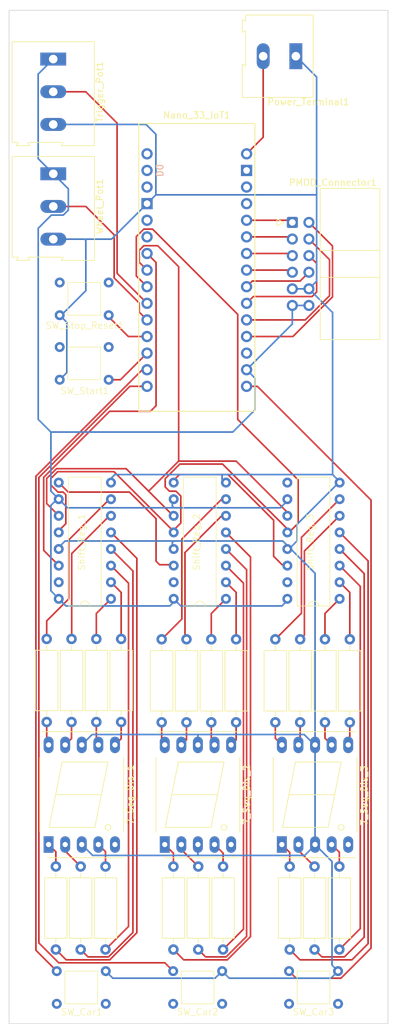
<source format=kicad_pcb>
(kicad_pcb (version 20221018) (generator pcbnew)
  (layers (0 "F.Cu" signal) (31 "B.Cu" signal) (34 "B.Paste" user) (35 "F.Paste" user) (36 "B.SilkS" user "B.Silkscreen") (37 "F.SilkS" user "F.Silkscreen") (38 "B.Mask" user) (39 "F.Mask" user) (44 "Edge.Cuts" user))
  (net 0 "")
  (net 1 "Net-(7_Seg_Dis_1-e)")
  (net 2 "Net-(7_Seg_Dis_1-d)")
  (net 3 "GND")
  (net 4 "Net-(7_Seg_Dis_1-c)")
  (net 6 "Net-(7_Seg_Dis_1-b)")
  (net 7 "Net-(7_Seg_Dis_1-a)")
  (net 8 "Net-(7_Seg_Dis_1-f)")
  (net 9 "Net-(7_Seg_Dis_1-g)")
  (net 10 "Net-(7_Seg_Dis_2-e)")
  (net 11 "Net-(7_Seg_Dis_2-d)")
  (net 12 "Net-(7_Seg_Dis_2-c)")
  (net 14 "Net-(7_Seg_Dis_2-b)")
  (net 15 "Net-(7_Seg_Dis_2-a)")
  (net 16 "Net-(7_Seg_Dis_2-f)")
  (net 17 "Net-(7_Seg_Dis_2-g)")
  (net 18 "Net-(7_Seg_Dis_3-e)")
  (net 19 "Net-(7_Seg_Dis_3-d)")
  (net 20 "Net-(7_Seg_Dis_3-c)")
  (net 22 "Net-(7_Seg_Dis_3-b)")
  (net 23 "Net-(7_Seg_Dis_3-a)")
  (net 24 "Net-(7_Seg_Dis_3-f)")
  (net 25 "Net-(7_Seg_Dis_3-g)")
  (net 26 "+5V")
  (net 28 "Net-(Nano_33_IoT1-A0{slash}DAC)")
  (net 29 "Net-(PMOD_Connector1-Pin_8)")
  (net 30 "Net-(Nano_33_IoT1-A4{slash}SDA)")
  (net 31 "Net-(Nano_33_IoT1-A5{slash}SCL)")
  (net 32 "Net-(PMOD_Connector1-Pin_6)")
  (net 38 "/LED_Data_In")
  (net 39 "/LED_Data_In_CLK")
  (net 40 "/LED_Store_CLK")
  (net 41 "Net-(Trigger_Pot1-Pin_2)")
  (net 42 "Net-(Wheel_Pot1-Pin_2)")
  (net 43 "Net-(Nano_33_IoT1-PadD9)")
  (net 44 "Net-(Nano_33_IoT1-PadD10)")
  (net 45 "Net-(Nano_33_IoT1-D11_MOSI)")
  (net 46 "Net-(Nano_33_IoT1-D12_MISO)")
  (net 47 "Net-(Nano_33_IoT1-D13_SCK)")
  (net 51 "Net-(Power_Terminal1-Pin_2)")
  (net 52 "Net-(Shift_Reg_1-QH')")
  (net 54 "Net-(Shift_Reg_2-QH')")
  (net 68 "Net-(PMOD_Connector1-Pin_1)")
  (net 69 "Net-(PMOD_Connector1-Pin_4)")
  (net 70 "Net-(PMOD_Connector1-Pin_3)")
  (net 71 "Net-(Shift_Reg_1-QB)")
  (net 72 "Net-(Shift_Reg_1-QC)")
  (net 73 "Net-(Shift_Reg_1-QD)")
  (net 74 "Net-(Shift_Reg_1-QE)")
  (net 75 "Net-(Shift_Reg_1-QF)")
  (net 76 "Net-(Shift_Reg_1-QG)")
  (net 77 "Net-(Shift_Reg_1-QH)")
  (net 78 "Net-(Shift_Reg_2-QB)")
  (net 79 "Net-(Shift_Reg_2-QC)")
  (net 80 "Net-(Shift_Reg_2-QD)")
  (net 81 "Net-(Shift_Reg_2-QE)")
  (net 82 "Net-(Shift_Reg_2-QF)")
  (net 83 "Net-(Shift_Reg_2-QG)")
  (net 84 "Net-(Shift_Reg_2-QH)")
  (net 85 "Net-(Shift_Reg_3-QB)")
  (net 86 "Net-(Shift_Reg_3-QC)")
  (net 87 "Net-(Shift_Reg_3-QD)")
  (net 88 "Net-(Shift_Reg_3-QE)")
  (net 89 "Net-(Shift_Reg_3-QF)")
  (net 90 "Net-(Shift_Reg_3-QG)")
  (net 91 "Net-(Shift_Reg_3-QH)")
  (footprint "TerminalBlock:TerminalBlock_Altech_AK300-3_P5.00mm" (layer "F.Cu") (at 104.010449 43.253198 -90)
    (fp_text reference "Wheel_Pot1")
    (fp_text value "Screw_1x3")
  )
  (footprint "Resistor_THT:R_Axial_DIN0309_L9.0mm_D3.2mm_P12.70mm_Horizontal" (layer "F.Cu") (at 114.4 127.1 90)
    (fp_text reference "R2" hide)
    (fp_text value "R")
  )
  (footprint "Resistor_THT:R_Axial_DIN0309_L9.0mm_D3.2mm_P12.70mm_Horizontal" (layer "F.Cu") (at 140.2 149.2 -90)
    (fp_text reference "R19" hide)
    (fp_text value "R")
  )
  (footprint "TerminalBlock:TerminalBlock_Altech_AK300-2_P5.00mm" (layer "F.Cu") (at 141.140449 25.273198 180)
    (fp_text reference "Power_Terminal1")
    (fp_text value "Screw_1x2")
  )
  (footprint "Capstone:4Pin_Button" (layer "F.Cu") (at 108.740449 62.383198 90)
    (fp_text reference "SW_Stop_Reset1")
    (fp_text value "SW_MEC_5E")
  )
  (footprint "Resistor_THT:R_Axial_DIN0309_L9.0mm_D3.2mm_P12.70mm_Horizontal" (layer "F.Cu") (at 128.2 127.15 90)
    (fp_text reference "R8" hide)
    (fp_text value "R")
  )
  (footprint "Resistor_THT:R_Axial_DIN0309_L9.0mm_D3.2mm_P12.70mm_Horizontal" (layer "F.Cu") (at 126.2 149.2 -90)
    (fp_text reference "R11" hide)
    (fp_text value "R")
  )
  (footprint "Resistor_THT:R_Axial_DIN0309_L9.0mm_D3.2mm_P12.70mm_Horizontal" (layer "F.Cu") (at 104.4 149.2 -90)
    (fp_text reference "R5" hide)
    (fp_text value "R")
  )
  (footprint "Resistor_THT:R_Axial_DIN0309_L9.0mm_D3.2mm_P12.70mm_Horizontal" (layer "F.Cu") (at 130 149.2 -90)
    (fp_text reference "R10" hide)
    (fp_text value "R")
  )
  (footprint "Capstone:4Pin_Button" (layer "F.Cu") (at 126.11 167.7 -90)
    (fp_text reference "SW_Car2")
    (fp_text value "SW_MEC_5E")
  )
  (footprint "Resistor_THT:R_Axial_DIN0309_L9.0mm_D3.2mm_P12.70mm_Horizontal" (layer "F.Cu") (at 103 127.1 90)
    (fp_text reference "R7" hide)
    (fp_text value "R")
  )
  (footprint "Resistor_THT:R_Axial_DIN0309_L9.0mm_D3.2mm_P12.70mm_Horizontal" (layer "F.Cu") (at 112 149.2 -90)
    (fp_text reference "R3" hide)
    (fp_text value "R")
  )
  (footprint "Resistor_THT:R_Axial_DIN0309_L9.0mm_D3.2mm_P12.70mm_Horizontal" (layer "F.Cu") (at 132 127.15 90)
    (fp_text reference "R9" hide)
    (fp_text value "R")
  )
  (footprint "Capstone:4Pin_Button" (layer "F.Cu") (at 108.29 167.7 -90)
    (fp_text reference "SW_Car1")
    (fp_text value "SW_MEC_5E")
  )
  (footprint "Resistor_THT:R_Axial_DIN0309_L9.0mm_D3.2mm_P12.70mm_Horizontal" (layer "F.Cu") (at 141.8 127.15 90)
    (fp_text reference "R20" hide)
    (fp_text value "R")
  )
  (footprint "Resistor_THT:R_Axial_DIN0309_L9.0mm_D3.2mm_P12.70mm_Horizontal" (layer "F.Cu") (at 124.4 127.15 90)
    (fp_text reference "R13" hide)
    (fp_text value "R")
  )
  (footprint "Resistor_THT:R_Axial_DIN0309_L9.0mm_D3.2mm_P12.70mm_Horizontal" (layer "F.Cu") (at 108.2 149.2 -90)
    (fp_text reference "R4" hide)
    (fp_text value "R")
  )
  (footprint "Resistor_THT:R_Axial_DIN0309_L9.0mm_D3.2mm_P12.70mm_Horizontal" (layer "F.Cu") (at 147.8 149.2 -90)
    (fp_text reference "R17" hide)
    (fp_text value "R")
  )
  (footprint "Resistor_THT:R_Axial_DIN0309_L9.0mm_D3.2mm_P12.70mm_Horizontal" (layer "F.Cu") (at 120.6 127.15 90)
    (fp_text reference "R14" hide)
    (fp_text value "R")
  )
  (footprint "Resistor_THT:R_Axial_DIN0309_L9.0mm_D3.2mm_P12.70mm_Horizontal" (layer "F.Cu") (at 106.8 127.1 90)
    (fp_text reference "R6" hide)
    (fp_text value "R")
  )
  (footprint "Resistor_THT:R_Axial_DIN0309_L9.0mm_D3.2mm_P12.70mm_Horizontal" (layer "F.Cu") (at 145.6 127.15 90)
    (fp_text reference "R15" hide)
    (fp_text value "R")
  )
  (footprint "Display_7Segment:7SegmentLED_LTS6760_LTS6780" (layer "F.Cu") (at 139 145.84 90)
    (fp_text reference "7_Seg_Dis_3")
    (fp_text value "LTS-6960HR")
  )
  (footprint "Resistor_THT:R_Axial_DIN0309_L9.0mm_D3.2mm_P12.70mm_Horizontal" (layer "F.Cu") (at 138 127.15 90)
    (fp_text reference "R21" hide)
    (fp_text value "R")
  )
  (footprint "Capstone:4Pin_Button" (layer "F.Cu") (at 108.740449 72.253198 90)
    (fp_text reference "SW_Start1")
    (fp_text value "SW_MEC_5E")
  )
  (footprint "Resistor_THT:R_Axial_DIN0309_L9.0mm_D3.2mm_P12.70mm_Horizontal" (layer "F.Cu") (at 122.4 149.2 -90)
    (fp_text reference "R12" hide)
    (fp_text value "R")
  )
  (footprint "TerminalBlock:TerminalBlock_Altech_AK300-3_P5.00mm" (layer "F.Cu") (at 104.000449 25.708198 -90)
    (fp_text reference "Trigger_Pot1")
    (fp_text value "Screw_1x3")
  )
  (footprint "arduino-library:Arduino_Nano_33_IoT_Socket" (layer "F.Cu") (at 125.980449 79.573198)
    (fp_text reference "Nano_33_IoT1")
    (fp_text value "Arduino_Nano_33_IoT_Socket")
  )
  (footprint "Capstone:74HC595_16Pin_DIP" (layer "F.Cu") (at 108.840449 99.603198 90)
    (fp_text reference "Shift_Reg_1")
    (fp_text value "74LS595")
  )
  (footprint "Resistor_THT:R_Axial_DIN0309_L9.0mm_D3.2mm_P12.70mm_Horizontal" (layer "F.Cu") (at 110.6 127.1 90)
    (fp_text reference "R1" hide)
    (fp_text value "R")
  )
  (footprint "Display_7Segment:7SegmentLED_LTS6760_LTS6780" (layer "F.Cu") (at 121.07 145.84 90)
    (fp_text reference "7_Seg_Dis_2")
    (fp_text value "LTS-6960HR")
  )
  (footprint "Capstone:74HC595_16Pin_DIP" (layer "F.Cu") (at 126.440449 99.603198 90)
    (fp_text reference "Shift_Reg_2")
    (fp_text value "74LS595")
  )
  (footprint "Resistor_THT:R_Axial_DIN0309_L9.0mm_D3.2mm_P12.70mm_Horizontal" (layer "F.Cu") (at 144 149.2 -90)
    (fp_text reference "R18" hide)
    (fp_text value "R")
  )
  (footprint "Display_7Segment:7SegmentLED_LTS6760_LTS6780" (layer "F.Cu") (at 103.29 145.84 90)
    (fp_text reference "7_Seg_Dis_1")
    (fp_text value "LTS-6960HR")
  )
  (footprint "Capstone:4Pin_Button" (layer "F.Cu") (at 143.85 167.7 -90)
    (fp_text reference "SW_Car3")
    (fp_text value "SW_MEC_5E")
  )
  (footprint "Capstone:74HC595_16Pin_DIP" (layer "F.Cu") (at 143.840449 99.603198 90)
    (fp_text reference "Shift_Reg_3")
    (fp_text value "74LS595")
  )
  (footprint "Connector_IDC:IDC-Header_2x06_P2.54mm_Horizontal" (layer "F.Cu") (at 140.602949 50.693198)
    (fp_text reference "PMOD_Connector1")
    (fp_text value "Conn_02x06_Counter_Clockwise")
  )
  (footprint "Resistor_THT:R_Axial_DIN0309_L9.0mm_D3.2mm_P12.70mm_Horizontal" (layer "F.Cu") (at 149.4 127.15 90)
    (fp_text reference "R16" hide)
    (fp_text value "R")
  )
  (gr_rect (start 97.240449 18.253198) (end 155.240449 173.253198) (stroke (width 0.1)) (fill none) (layer "Edge.Cuts"))
  (segment (start 104.4 146.95) (end 103.29 145.84) (width 0.25) (layer "F.Cu") (net 1))
  (segment (start 104.4 149.2) (end 104.4 146.95) (width 0.25) (layer "F.Cu") (net 1))
  (segment (start 105.83 146.83) (end 105.83 145.84) (width 0.25) (layer "F.Cu") (net 2))
  (segment (start 108.2 149.2) (end 105.83 146.83) (width 0.25) (layer "F.Cu") (net 2))
  (segment (start 143.142949 60.853198) (end 146.763449 64.473698) (width 0.25) (layer "B.Cu") (net 3))
  (segment (start 147.6 165.2) (end 146.513 166.287) (width 0.25) (layer "B.Cu") (net 3))
  (segment (start 146.763449 89.256198) (end 147.850449 90.343198) (width 0.25) (layer "B.Cu") (net 3))
  (segment (start 113.127 166.287) (end 112.04 165.2) (width 0.25) (layer "B.Cu") (net 3))
  (segment (start 146.675 148.435) (end 144.08 145.84) (width 0.25) (layer "B.Cu") (net 3))
  (segment (start 126.15 130.6) (end 126.15 129.023) (width 0.25) (layer "B.Cu") (net 3))
  (segment (start 144.317949 59.678198) (end 143.142949 60.853198) (width 0.25) (layer "B.Cu") (net 3))
  (segment (start 112.350449 90.343198) (end 113.437449 89.256198) (width 0.25) (layer "B.Cu") (net 3))
  (segment (start 144.08 104.352748) (end 143.463626 103.736374) (width 0.25) (layer "B.Cu") (net 3))
  (segment (start 142.413 129.013) (end 144.08 130.68) (width 0.25) (layer "B.Cu") (net 3))
  (segment (start 118.360449 47.823198) (end 119.711849 46.471798) (width 0.25) (layer "B.Cu") (net 3))
  (segment (start 119.711849 37.211476) (end 118.208571 35.708198) (width 0.25) (layer "B.Cu") (net 3))
  (segment (start 144.08 145.92) (end 142.493 147.507) (width 0.25) (layer "B.Cu") (net 3))
  (segment (start 108.790449 53.253198) (end 104.010449 53.253198) (width 0.25) (layer "B.Cu") (net 3))
  (segment (start 128.773 166.287) (end 113.127 166.287) (width 0.25) (layer "B.Cu") (net 3))
  (segment (start 112.930449 53.253198) (end 118.360449 47.823198) (width 0.25) (layer "B.Cu") (net 3))
  (segment (start 144.286549 46.471798) (end 144.317949 46.503198) (width 0.25) (layer "B.Cu") (net 3))
  (segment (start 108.990449 53.453198) (end 108.790449 53.253198) (width 0.25) (layer "B.Cu") (net 3))
  (segment (start 144.317949 28.450698) (end 144.317949 46.503198) (width 0.25) (layer "B.Cu") (net 3))
  (segment (start 139.143449 99.416198) (end 140.230449 100.503198) (width 0.25) (layer "B.Cu") (net 3))
  (segment (start 122.230449 99.676198) (end 122.490449 99.416198) (width 0.25) (layer "B.Cu") (net 3))
  (segment (start 108.37 145.84) (end 110.037 147.507) (width 0.25) (layer "B.Cu") (net 3))
  (segment (start 108.990449 53.453198) (end 108.990449 53.253198) (width 0.25) (layer "B.Cu") (net 3))
  (segment (start 126.15 145.84) (end 126.15 147.497) (width 0.25) (layer "B.Cu") (net 3))
  (segment (start 143.463626 103.736374) (end 143.910449 104.183198) (width 0.25) (layer "B.Cu") (net 3))
  (segment (start 130.947 166.287) (end 129.86 165.2) (width 0.25) (layer "B.Cu") (net 3))
  (segment (start 108.990449 53.253198) (end 112.930449 53.253198) (width 0.25) (layer "B.Cu") (net 3))
  (segment (start 118.208571 35.708198) (end 104.000449 35.708198) (width 0.25) (layer "B.Cu") (net 3))
  (segment (start 126.16 129.013) (end 142.413 129.013) (width 0.25) (layer "B.Cu") (net 3))
  (segment (start 142.493 147.507) (end 126.16 147.507) (width 0.25) (layer "B.Cu") (net 3))
  (segment (start 104.730449 100.503198) (end 105.817449 99.416198) (width 0.25) (layer "B.Cu") (net 3))
  (segment (start 122.230449 100.503198) (end 122.230449 99.676198) (width 0.25) (layer "B.Cu") (net 3))
  (segment (start 143.142949 60.853198) (end 140.602949 60.853198) (width 0.25) (layer "B.Cu") (net 3))
  (segment (start 129.86 165.2) (end 128.773 166.287) (width 0.25) (layer "B.Cu") (net 3))
  (segment (start 129.990449 89.256198) (end 146.763449 89.256198) (width 0.25) (layer "B.Cu") (net 3))
  (segment (start 144.08 130.6) (end 144.08 104.352748) (width 0.25) (layer "B.Cu") (net 3))
  (segment (start 141.140449 25.273198) (end 144.317949 28.450698) (width 0.25) (layer "B.Cu") (net 3))
  (segment (start 110.037 147.507) (end 126.16 147.507) (width 0.25) (layer "B.Cu") (net 3))
  (segment (start 105.817449 99.416198) (end 122.490449 99.416198) (width 0.25) (layer "B.Cu") (net 3))
  (segment (start 146.763449 64.473698) (end 146.763449 89.256198) (width 0.25) (layer "B.Cu") (net 3))
  (segment (start 109.957 129.013) (end 126.16 129.013) (width 0.25) (layer "B.Cu") (net 3))
  (segment (start 140.230449 100.503198) (end 141.317449 99.416198) (width 0.25) (layer "B.Cu") (net 3))
  (segment (start 122.490449 99.416198) (end 139.143449 99.416198) (width 0.25) (layer "B.Cu") (net 3))
  (segment (start 119.711849 46.471798) (end 119.711849 37.211476) (width 0.25) (layer "B.Cu") (net 3))
  (segment (start 106.077449 73.666198) (end 106.077449 65.970198) (width 0.25) (layer "B.Cu") (net 3))
  (segment (start 113.437449 89.256198) (end 129.990449 89.256198) (width 0.25) (layer "B.Cu") (net 3))
  (segment (start 146.513 166.287) (end 130.947 166.287) (width 0.25) (layer "B.Cu") (net 3))
  (segment (start 141.317449 99.416198) (end 141.317449 96.876198) (width 0.25) (layer "B.Cu") (net 3))
  (segment (start 147.6 165.2) (end 146.675 164.275) (width 0.25) (layer "B.Cu") (net 3))
  (segment (start 105.240449 64.883198) (end 108.990449 61.133198) (width 0.25) (layer "B.Cu") (net 3))
  (segment (start 104.990449 74.753198) (end 106.077449 73.666198) (width 0.25) (layer "B.Cu") (net 3))
  (segment (start 141.317449 96.876198) (end 147.850449 90.343198) (width 0.25) (layer "B.Cu") (net 3))
  (segment (start 129.850449 90.343198) (end 129.850449 89.396198) (width 0.25) (layer "B.Cu") (net 3))
  (segment (start 108.37 130.6) (end 109.957 129.013) (width 0.25) (layer "B.Cu") (net 3))
  (segment (start 106.077449 65.970198) (end 104.990449 64.883198) (width 0.25) (layer "B.Cu") (net 3))
  (segment (start 140.230449 100.503198) (end 143.463626 103.736374) (width 0.25) (layer "B.Cu") (net 3))
  (segment (start 144.317949 46.503198) (end 144.317949 59.678198) (width 0.25) (layer "B.Cu") (net 3))
  (segment (start 144.08 130.6) (end 144.08 145.84) (width 0.25) (layer "B.Cu") (net 3))
  (segment (start 119.711849 46.471798) (end 144.286549 46.471798) (width 0.25) (layer "B.Cu") (net 3))
  (segment (start 126.15 147.497) (end 126.16 147.507) (width 0.25) (layer "B.Cu") (net 3))
  (segment (start 126.15 129.023) (end 126.16 129.013) (width 0.25) (layer "B.Cu") (net 3))
  (segment (start 129.850449 89.396198) (end 129.990449 89.256198) (width 0.25) (layer "B.Cu") (net 3))
  (segment (start 108.990449 61.133198) (end 108.990449 53.453198) (width 0.25) (layer "B.Cu") (net 3))
  (segment (start 146.675 164.275) (end 146.675 148.435) (width 0.25) (layer "B.Cu") (net 3))
  (segment (start 112 146.93) (end 110.91 145.84) (width 0.25) (layer "F.Cu") (net 4))
  (segment (start 112 149.2) (end 112 146.93) (width 0.25) (layer "F.Cu") (net 4))
  (segment (start 114.4 129.65) (end 113.45 130.6) (width 0.25) (layer "F.Cu") (net 6))
  (segment (start 114.4 127.1) (end 114.4 129.65) (width 0.25) (layer "F.Cu") (net 6))
  (segment (start 110.6 127.1) (end 110.6 130.29) (width 0.25) (layer "F.Cu") (net 7))
  (segment (start 110.6 130.29) (end 110.91 130.6) (width 0.25) (layer "F.Cu") (net 7))
  (segment (start 106.8 127.1) (end 106.8 129.63) (width 0.25) (layer "F.Cu") (net 8))
  (segment (start 106.8 129.63) (end 105.83 130.6) (width 0.25) (layer "F.Cu") (net 8))
  (segment (start 103 130.31) (end 103.29 130.6) (width 0.25) (layer "F.Cu") (net 9))
  (segment (start 103 127.1) (end 103 130.31) (width 0.25) (layer "F.Cu") (net 9))
  (segment (start 122.4 147.17) (end 121.07 145.84) (width 0.25) (layer "F.Cu") (net 10))
  (segment (start 122.4 149.2) (end 122.4 147.17) (width 0.25) (layer "F.Cu") (net 10))
  (segment (start 126.2 149.2) (end 123.61 146.61) (width 0.25) (layer "F.Cu") (net 11))
  (segment (start 123.61 146.61) (end 123.61 145.84) (width 0.25) (layer "F.Cu") (net 11))
  (segment (start 130 149.2) (end 130 147.15) (width 0.25) (layer "F.Cu") (net 12))
  (segment (start 130 147.15) (end 128.69 145.84) (width 0.25) (layer "F.Cu") (net 12))
  (segment (start 132 127.15) (end 132 129.83) (width 0.25) (layer "F.Cu") (net 14))
  (segment (start 132 129.83) (end 131.23 130.6) (width 0.25) (layer "F.Cu") (net 14))
  (segment (start 131.323 130.305) (end 131.48 130.148) (width 0.25) (layer "F.Cu") (net 14))
  (segment (start 128.2 127.15) (end 128.2 130.11) (width 0.25) (layer "F.Cu") (net 15))
  (segment (start 128.2 130.11) (end 128.69 130.6) (width 0.25) (layer "F.Cu") (net 15))
  (segment (start 124.4 129.81) (end 123.61 130.6) (width 0.25) (layer "F.Cu") (net 16))
  (segment (start 124.4 127.15) (end 124.4 129.81) (width 0.25) (layer "F.Cu") (net 16))
  (segment (start 123.703 130.305) (end 124.31 129.698) (width 0.25) (layer "F.Cu") (net 16))
  (segment (start 120.6 130.13) (end 121.07 130.6) (width 0.25) (layer "F.Cu") (net 17))
  (segment (start 120.6 127.15) (end 120.6 130.13) (width 0.25) (layer "F.Cu") (net 17))
  (segment (start 140.2 147.04) (end 139 145.84) (width 0.25) (layer "F.Cu") (net 18))
  (segment (start 140.2 149.2) (end 140.2 147.04) (width 0.25) (layer "F.Cu") (net 18))
  (segment (start 141.54 146.74) (end 141.54 145.84) (width 0.25) (layer "F.Cu") (net 19))
  (segment (start 144 149.2) (end 141.54 146.74) (width 0.25) (layer "F.Cu") (net 19))
  (segment (start 147.8 147.02) (end 146.62 145.84) (width 0.25) (layer "F.Cu") (net 20))
  (segment (start 147.8 149.2) (end 147.8 147.02) (width 0.25) (layer "F.Cu") (net 20))
  (segment (start 149.4 130.36) (end 149.16 130.6) (width 0.25) (layer "F.Cu") (net 22))
  (segment (start 149.4 127.15) (end 149.4 130.36) (width 0.25) (layer "F.Cu") (net 22))
  (segment (start 145.6 127.15) (end 145.6 129.58) (width 0.25) (layer "F.Cu") (net 23))
  (segment (start 145.6 129.58) (end 146.62 130.6) (width 0.25) (layer "F.Cu") (net 23))
  (segment (start 141.54 130.68) (end 141.937 130.283) (width 0.25) (layer "F.Cu") (net 24))
  (segment (start 141.8 130.34) (end 141.54 130.6) (width 0.25) (layer "F.Cu") (net 24))
  (segment (start 141.8 127.15) (end 141.8 130.34) (width 0.25) (layer "F.Cu") (net 24))
  (segment (start 138 129.6) (end 139 130.6) (width 0.25) (layer "F.Cu") (net 25))
  (segment (start 138 127.15) (end 138 129.6) (width 0.25) (layer "F.Cu") (net 25))
  (segment (start 140.602949 66.220698) (end 133.600449 73.223198) (width 0.25) (layer "B.Cu") (net 26))
  (segment (start 104.730449 108.123198) (end 103.643449 107.036198) (width 0.25) (layer "B.Cu") (net 26))
  (segment (start 103.725449 49.568198) (end 101.705449 51.588198) (width 0.25) (layer "B.Cu") (net 26))
  (segment (start 122.230449 108.970198) (end 121.850449 109.350198) (width 0.25) (layer "B.Cu") (net 26))
  (segment (start 122.230449 108.123198) (end 122.230449 108.970198) (width 0.25) (layer "B.Cu") (net 26))
  (segment (start 123.527449 109.350198) (end 122.440449 108.263198) (width 0.25) (layer "B.Cu") (net 26))
  (segment (start 106.315449 45.558198) (end 106.315449 48.797889) (width 0.25) (layer "B.Cu") (net 26))
  (segment (start 134.875449 79.368198) (end 131.490449 82.753198) (width 0.25) (layer "B.Cu") (net 26))
  (segment (start 105.54514 49.568198) (end 103.725449 49.568198) (width 0.25) (layer "B.Cu") (net 26))
  (segment (start 122.230449 94.076198) (end 122.490449 94.336198) (width 0.25) (layer "B.Cu") (net 26))
  (segment (start 133.600449 73.223198) (end 134.875449 74.498198) (width 0.25) (layer "B.Cu") (net 26))
  (segment (start 106.315449 48.797889) (end 105.54514 49.568198) (width 0.25) (layer "B.Cu") (net 26))
  (segment (start 104.730449 92.883198) (end 103.643449 91.796198) (width 0.25) (layer "B.Cu") (net 26))
  (segment (start 131.490449 82.753198) (end 103.643449 82.753198) (width 0.25) (layer "B.Cu") (net 26))
  (segment (start 103.643449 91.796198) (end 103.643449 82.753198) (width 0.25) (layer "B.Cu") (net 26))
  (segment (start 104.010449 43.253198) (end 106.315449 45.558198) (width 0.25) (layer "B.Cu") (net 26))
  (segment (start 103.643449 93.970198) (end 104.730449 92.883198) (width 0.25) (layer "B.Cu") (net 26))
  (segment (start 140.602949 63.393198) (end 143.142949 63.393198) (width 0.25) (layer "B.Cu") (net 26))
  (segment (start 140.230449 92.883198) (end 138.777449 94.336198) (width 0.25) (layer "B.Cu") (net 26))
  (segment (start 105.927449 109.350198) (end 104.840449 108.263198) (width 0.25) (layer "B.Cu") (net 26))
  (segment (start 121.850449 109.350198) (end 105.927449 109.350198) (width 0.25) (layer "B.Cu") (net 26))
  (segment (start 122.490449 94.336198) (end 106.183449 94.336198) (width 0.25) (layer "B.Cu") (net 26))
  (segment (start 101.705449 51.588198) (end 101.705449 80.815198) (width 0.25) (layer "B.Cu") (net 26))
  (segment (start 105.817449 109.210198) (end 104.730449 108.123198) (width 0.25) (layer "B.Cu") (net 26))
  (segment (start 103.643449 107.036198) (end 103.643449 93.970198) (width 0.25) (layer "B.Cu") (net 26))
  (segment (start 101.705449 80.815198) (end 103.643449 82.753198) (width 0.25) (layer "B.Cu") (net 26))
  (segment (start 139.003449 109.350198) (end 123.527449 109.350198) (width 0.25) (layer "B.Cu") (net 26))
  (segment (start 104.010449 43.253198) (end 101.695449 40.938198) (width 0.25) (layer "B.Cu") (net 26))
  (segment (start 134.875449 74.498198) (end 134.875449 79.368198) (width 0.25) (layer "B.Cu") (net 26))
  (segment (start 138.777449 94.336198) (end 122.490449 94.336198) (width 0.25) (layer "B.Cu") (net 26))
  (segment (start 122.230449 92.883198) (end 122.230449 94.076198) (width 0.25) (layer "B.Cu") (net 26))
  (segment (start 106.183449 94.336198) (end 104.730449 92.883198) (width 0.25) (layer "B.Cu") (net 26))
  (segment (start 140.602949 63.393198) (end 140.602949 66.220698) (width 0.25) (layer "B.Cu") (net 26))
  (segment (start 140.230449 108.123198) (end 139.003449 109.350198) (width 0.25) (layer "B.Cu") (net 26))
  (segment (start 101.695449 28.013198) (end 104.000449 25.708198) (width 0.25) (layer "B.Cu") (net 26))
  (segment (start 101.695449 40.938198) (end 101.695449 28.013198) (width 0.25) (layer "B.Cu") (net 26))
  (segment (start 146.750449 54.300698) (end 143.142949 50.693198) (width 0.25) (layer "F.Cu") (net 28))
  (segment (start 140.691046 68.143198) (end 146.750449 62.083795) (width 0.25) (layer "F.Cu") (net 28))
  (segment (start 133.600449 68.143198) (end 140.691046 68.143198) (width 0.25) (layer "F.Cu") (net 28))
  (segment (start 146.750449 62.083795) (end 146.750449 54.300698) (width 0.25) (layer "F.Cu") (net 28))
  (segment (start 134.464048 59.659599) (end 141.796548 59.659599) (width 0.25) (layer "F.Cu") (net 29))
  (segment (start 141.796548 59.659599) (end 143.142949 58.313198) (width 0.25) (layer "F.Cu") (net 29))
  (segment (start 133.600449 60.523198) (end 134.464048 59.659599) (width 0.25) (layer "F.Cu") (net 29))
  (segment (start 133.600449 57.983198) (end 140.272949 57.983198) (width 0.25) (layer "F.Cu") (net 30))
  (segment (start 140.272949 57.983198) (end 140.602949 58.313198) (width 0.25) (layer "F.Cu") (net 30))
  (segment (start 133.600449 55.443198) (end 140.272949 55.443198) (width 0.25) (layer "F.Cu") (net 31))
  (segment (start 140.272949 55.443198) (end 140.602949 55.773198) (width 0.25) (layer "F.Cu") (net 31))
  (segment (start 144.317949 61.339899) (end 144.317949 56.948198) (width 0.25) (layer "F.Cu") (net 32))
  (segment (start 144.317949 56.948198) (end 143.142949 55.773198) (width 0.25) (layer "F.Cu") (net 32))
  (segment (start 133.600449 63.063198) (end 134.635449 62.028198) (width 0.25) (layer "F.Cu") (net 32))
  (segment (start 143.62965 62.028198) (end 144.317949 61.339899) (width 0.25) (layer "F.Cu") (net 32))
  (segment (start 134.635449 62.028198) (end 143.62965 62.028198) (width 0.25) (layer "F.Cu") (net 32))
  (segment (start 119.740449 78.72632) (end 119.740449 56.823198) (width 0.25) (layer "F.Cu") (net 38))
  (segment (start 118.888571 79.578198) (end 119.740449 78.72632) (width 0.25) (layer "F.Cu") (net 38))
  (segment (start 102.540449 89.680406) (end 112.642657 79.578198) (width 0.25) (layer "F.Cu") (net 38))
  (segment (start 102.540449 100.853198) (end 102.540449 89.680406) (width 0.25) (layer "F.Cu") (net 38))
  (segment (start 112.642657 79.578198) (end 118.888571 79.578198) (width 0.25) (layer "F.Cu") (net 38))
  (segment (start 104.730449 103.043198) (end 102.540449 100.853198) (width 0.25) (layer "F.Cu") (net 38))
  (segment (start 119.740449 56.823198) (end 118.360449 55.443198) (width 0.25) (layer "F.Cu") (net 38))
  (segment (start 115.163449 88.356198) (end 104.501053 88.356198) (width 0.25) (layer "F.Cu") (net 39))
  (segment (start 140.230449 95.423198) (end 132.007251 87.2) (width 0.25) (layer "F.Cu") (net 39))
  (segment (start 117.869514 54.253198) (end 119.990449 54.253198) (width 0.25) (layer "F.Cu") (net 39))
  (segment (start 104.501053 88.356198) (end 102.990449 89.866802) (width 0.25) (layer "F.Cu") (net 39))
  (segment (start 123.2 57.462749) (end 123.2 87.2) (width 0.25) (layer "F.Cu") (net 39))
  (segment (start 118.650449 91.843198) (end 115.163449 88.356198) (width 0.25) (layer "F.Cu") (net 39))
  (segment (start 123.2 87.2) (end 118.650449 91.749551) (width 0.25) (layer "F.Cu") (net 39))
  (segment (start 118.650449 91.749551) (end 118.650449 91.843198) (width 0.25) (layer "F.Cu") (net 39))
  (segment (start 102.990449 89.866802) (end 102.990449 93.683198) (width 0.25) (layer "F.Cu") (net 39))
  (segment (start 102.990449 93.683198) (end 104.730449 95.423198) (width 0.25) (layer "F.Cu") (net 39))
  (segment (start 132.007251 87.2) (end 123.2 87.2) (width 0.25) (layer "F.Cu") (net 39))
  (segment (start 119.990449 54.253198) (end 123.2 57.462749) (width 0.25) (layer "F.Cu") (net 39))
  (segment (start 122.230449 95.423198) (end 118.650449 91.843198) (width 0.25) (layer "F.Cu") (net 39))
  (segment (start 118.360449 57.983198) (end 117.171849 56.794598) (width 0.25) (layer "F.Cu") (net 39))
  (segment (start 117.171849 56.794598) (end 117.171849 54.950863) (width 0.25) (layer "F.Cu") (net 39))
  (segment (start 117.171849 54.950863) (end 117.869514 54.253198) (width 0.25) (layer "F.Cu") (net 39))
  (segment (start 132.240449 64.753198) (end 132.240449 80.815947) (width 0.25) (layer "F.Cu") (net 40))
  (segment (start 141.490449 96.703198) (end 140.230449 97.963198) (width 0.25) (layer "F.Cu") (net 40))
  (segment (start 105.927449 92.342947) (end 105.927449 96.766198) (width 0.25) (layer "F.Cu") (net 40))
  (segment (start 140.230449 97.963198) (end 129.917251 87.65) (width 0.25) (layer "F.Cu") (net 40))
  (segment (start 105.927449 96.766198) (end 104.730449 97.963198) (width 0.25) (layer "F.Cu") (net 40))
  (segment (start 105.5207 91.936198) (end 105.927449 92.342947) (width 0.25) (layer "F.Cu") (net 40))
  (segment (start 132.240449 80.815947) (end 141.490449 90.065947) (width 0.25) (layer "F.Cu") (net 40))
  (segment (start 104.723449 91.936198) (end 105.5207 91.936198) (width 0.25) (layer "F.Cu") (net 40))
  (segment (start 119.201849 51.714598) (end 132.240449 64.753198) (width 0.25) (layer "F.Cu") (net 40))
  (segment (start 123.527449 92.540198) (end 123.527449 96.666198) (width 0.25) (layer "F.Cu") (net 40))
  (segment (start 118.360449 60.523198) (end 116.721849 58.884598) (width 0.25) (layer "F.Cu") (net 40))
  (segment (start 122.230449 97.963198) (end 122.230449 97.743198) (width 0.25) (layer "F.Cu") (net 40))
  (segment (start 117.868114 51.714598) (end 119.201849 51.714598) (width 0.25) (layer "F.Cu") (net 40))
  (segment (start 123.386396 87.65) (end 121.143449 89.892947) (width 0.25) (layer "F.Cu") (net 40))
  (segment (start 113.293449 88.806198) (end 104.687449 88.806198) (width 0.25) (layer "F.Cu") (net 40))
  (segment (start 103.643449 89.850198) (end 103.643449 90.856198) (width 0.25) (layer "F.Cu") (net 40))
  (segment (start 116.721849 52.860863) (end 117.868114 51.714598) (width 0.25) (layer "F.Cu") (net 40))
  (segment (start 122.783449 91.796198) (end 123.527449 92.540198) (width 0.25) (layer "F.Cu") (net 40))
  (segment (start 121.143449 89.892947) (end 121.143449 91.159449) (width 0.25) (layer "F.Cu") (net 40))
  (segment (start 103.643449 90.856198) (end 104.723449 91.936198) (width 0.25) (layer "F.Cu") (net 40))
  (segment (start 123.527449 96.666198) (end 122.230449 97.963198) (width 0.25) (layer "F.Cu") (net 40))
  (segment (start 104.687449 88.806198) (end 103.643449 89.850198) (width 0.25) (layer "F.Cu") (net 40))
  (segment (start 129.917251 87.65) (end 123.386396 87.65) (width 0.25) (layer "F.Cu") (net 40))
  (segment (start 121.780198 91.796198) (end 122.783449 91.796198) (width 0.25) (layer "F.Cu") (net 40))
  (segment (start 141.490449 90.065947) (end 141.490449 96.703198) (width 0.25) (layer "F.Cu") (net 40))
  (segment (start 122.230449 97.743198) (end 113.293449 88.806198) (width 0.25) (layer "F.Cu") (net 40))
  (segment (start 116.721849 58.884598) (end 116.721849 52.860863) (width 0.25) (layer "F.Cu") (net 40))
  (segment (start 121.143449 91.159449) (end 121.780198 91.796198) (width 0.25) (layer "F.Cu") (net 40))
  (segment (start 113.777449 58.480198) (end 118.360449 63.063198) (width 0.25) (layer "F.Cu") (net 41))
  (segment (start 108.980449 30.708198) (end 113.777449 35.505198) (width 0.25) (layer "F.Cu") (net 41))
  (segment (start 108.980449 30.708198) (end 104.000449 30.708198) (width 0.25) (layer "F.Cu") (net 41))
  (segment (start 113.777449 35.505198) (end 113.777449 58.480198) (width 0.25) (layer "F.Cu") (net 41))
  (segment (start 117.171849 64.414598) (end 118.360449 65.603198) (width 0.25) (layer "F.Cu") (net 42))
  (segment (start 113.327449 59.182947) (end 117.171849 63.027347) (width 0.25) (layer "F.Cu") (net 42))
  (segment (start 108.990449 48.253198) (end 104.010449 48.253198) (width 0.25) (layer "F.Cu") (net 42))
  (segment (start 108.990449 48.253198) (end 113.327449 52.590198) (width 0.25) (layer "F.Cu") (net 42))
  (segment (start 113.327449 52.590198) (end 113.327449 59.182947) (width 0.25) (layer "F.Cu") (net 42))
  (segment (start 117.171849 63.027347) (end 117.171849 64.414598) (width 0.25) (layer "F.Cu") (net 42))
  (segment (start 115.500449 68.143198) (end 112.240449 64.883198) (width 0.25) (layer "F.Cu") (net 43))
  (segment (start 118.360449 68.143198) (end 115.500449 68.143198) (width 0.25) (layer "F.Cu") (net 43))
  (segment (start 112.240449 74.753198) (end 114.290449 74.753198) (width 0.25) (layer "F.Cu") (net 44))
  (segment (start 114.290449 74.753198) (end 118.360449 70.683198) (width 0.25) (layer "F.Cu") (net 44))
  (segment (start 104.54 165.2) (end 101.35 162.01) (width 0.25) (layer "F.Cu") (net 45))
  (segment (start 117.634053 73.223198) (end 118.360449 73.223198) (width 0.25) (layer "F.Cu") (net 45))
  (segment (start 101.35 162.01) (end 101.35 89.507251) (width 0.25) (layer "F.Cu") (net 45))
  (segment (start 101.35 89.507251) (end 117.634053 73.223198) (width 0.25) (layer "F.Cu") (net 45))
  (segment (start 104.834009 163.925) (end 101.8 160.890991) (width 0.25) (layer "F.Cu") (net 46))
  (segment (start 115.730449 75.763198) (end 118.360449 75.763198) (width 0.25) (layer "F.Cu") (net 46))
  (segment (start 121.085 163.925) (end 104.834009 163.925) (width 0.25) (layer "F.Cu") (net 46))
  (segment (start 122.36 165.2) (end 121.085 163.925) (width 0.25) (layer "F.Cu") (net 46))
  (segment (start 101.8 89.693647) (end 115.730449 75.763198) (width 0.25) (layer "F.Cu") (net 46))
  (segment (start 101.8 160.890991) (end 101.8 89.693647) (width 0.25) (layer "F.Cu") (net 46))
  (segment (start 135.250449 75.763198) (end 133.600449 75.763198) (width 0.25) (layer "F.Cu") (net 47))
  (segment (start 141.187 166.287) (end 148.050251 166.287) (width 0.25) (layer "F.Cu") (net 47))
  (segment (start 140.1 165.2) (end 141.187 166.287) (width 0.25) (layer "F.Cu") (net 47))
  (segment (start 152.65 161.687251) (end 152.65 93.162749) (width 0.25) (layer "F.Cu") (net 47))
  (segment (start 152.65 93.162749) (end 135.250449 75.763198) (width 0.25) (layer "F.Cu") (net 47))
  (segment (start 148.050251 166.287) (end 152.65 161.687251) (width 0.25) (layer "F.Cu") (net 47))
  (segment (start 136.140449 37.663198) (end 133.600449 40.203198) (width 0.25) (layer "F.Cu") (net 51))
  (segment (start 136.140449 25.273198) (end 136.140449 37.663198) (width 0.25) (layer "F.Cu") (net 51))
  (segment (start 115.673449 91.936198) (end 106.293449 91.936198) (width 0.25) (layer "F.Cu") (net 52))
  (segment (start 119.740449 102.503198) (end 120.280449 103.043198) (width 0.25) (layer "F.Cu") (net 52))
  (segment (start 106.293449 91.936198) (end 104.840449 90.483198) (width 0.25) (layer "F.Cu") (net 52))
  (segment (start 122.230449 102.763198) (end 122.230449 103.043198) (width 0.25) (layer "F.Cu") (net 52))
  (segment (start 119.740449 96.003198) (end 119.740449 102.503198) (width 0.25) (layer "F.Cu") (net 52))
  (segment (start 120.280449 103.043198) (end 122.230449 103.043198) (width 0.25) (layer "F.Cu") (net 52))
  (segment (start 119.740449 96.003198) (end 115.673449 91.936198) (width 0.25) (layer "F.Cu") (net 52))
  (segment (start 137.740449 96.245947) (end 130.7507 89.256198) (width 0.25) (layer "F.Cu") (net 54))
  (segment (start 137.740449 101.753198) (end 137.740449 96.245947) (width 0.25) (layer "F.Cu") (net 54))
  (segment (start 140.230449 103.043198) (end 139.030449 103.043198) (width 0.25) (layer "F.Cu") (net 54))
  (segment (start 130.7507 89.256198) (end 123.317449 89.256198) (width 0.25) (layer "F.Cu") (net 54))
  (segment (start 123.317449 89.256198) (end 122.230449 90.343198) (width 0.25) (layer "F.Cu") (net 54))
  (segment (start 139.030449 103.043198) (end 137.740449 101.753198) (width 0.25) (layer "F.Cu") (net 54))
  (segment (start 140.272949 50.363198) (end 140.602949 50.693198) (width 0.25) (layer "F.Cu") (net 68))
  (segment (start 133.600449 50.363198) (end 140.272949 50.363198) (width 0.25) (layer "F.Cu") (net 68))
  (segment (start 133.600449 65.603198) (end 142.59465 65.603198) (width 0.25) (layer "F.Cu") (net 69))
  (segment (start 142.59465 65.603198) (end 146.300449 61.897399) (width 0.25) (layer "F.Cu") (net 69))
  (segment (start 146.300449 56.390698) (end 143.142949 53.233198) (width 0.25) (layer "F.Cu") (net 69))
  (segment (start 146.300449 61.897399) (end 146.300449 56.390698) (width 0.25) (layer "F.Cu") (net 69))
  (segment (start 140.272949 52.903198) (end 140.602949 53.233198) (width 0.25) (layer "F.Cu") (net 70))
  (segment (start 133.600449 52.903198) (end 140.272949 52.903198) (width 0.25) (layer "F.Cu") (net 70))
  (segment (start 110.6 110.503647) (end 112.840449 108.263198) (width 0.25) (layer "F.Cu") (net 71))
  (segment (start 110.6 114.4) (end 110.6 110.503647) (width 0.25) (layer "F.Cu") (net 71))
  (segment (start 114.4 107.282749) (end 112.840449 105.723198) (width 0.25) (layer "F.Cu") (net 72))
  (segment (start 114.4 114.4) (end 114.4 107.282749) (width 0.25) (layer "F.Cu") (net 72))
  (segment (start 112 161.9) (end 115.525 158.375) (width 0.25) (layer "F.Cu") (net 73))
  (segment (start 115.525 158.375) (end 115.525 105.867749) (width 0.25) (layer "F.Cu") (net 73))
  (segment (start 115.525 105.867749) (end 112.840449 103.183198) (width 0.25) (layer "F.Cu") (net 73))
  (segment (start 112.465991 163.025) (end 116.2 159.290991) (width 0.25) (layer "F.Cu") (net 74))
  (segment (start 108.2 161.9) (end 109.325 163.025) (width 0.25) (layer "F.Cu") (net 74))
  (segment (start 116.2 159.290991) (end 116.2 104.002749) (width 0.25) (layer "F.Cu") (net 74))
  (segment (start 109.325 163.025) (end 112.465991 163.025) (width 0.25) (layer "F.Cu") (net 74))
  (segment (start 116.2 104.002749) (end 112.840449 100.643198) (width 0.25) (layer "F.Cu") (net 74))
  (segment (start 116.8 102.062749) (end 112.840449 98.103198) (width 0.25) (layer "F.Cu") (net 75))
  (segment (start 104.4 161.9) (end 105.975 163.475) (width 0.25) (layer "F.Cu") (net 75))
  (segment (start 116.8 159.327387) (end 116.8 102.062749) (width 0.25) (layer "F.Cu") (net 75))
  (segment (start 112.652387 163.475) (end 116.8 159.327387) (width 0.25) (layer "F.Cu") (net 75))
  (segment (start 105.975 163.475) (end 112.652387 163.475) (width 0.25) (layer "F.Cu") (net 75))
  (segment (start 106.827449 114.372551) (end 106.8 114.4) (width 0.25) (layer "F.Cu") (net 76))
  (segment (start 106.827449 101.346198) (end 106.827449 114.372551) (width 0.25) (layer "F.Cu") (net 76))
  (segment (start 106.827449 101.346198) (end 112.840449 95.333198) (width 0.25) (layer "F.Cu") (net 76))
  (segment (start 106.377449 99.256198) (end 112.840449 92.793198) (width 0.25) (layer "F.Cu") (net 77))
  (segment (start 106.377449 99.256198) (end 106.377449 108.263449) (width 0.25) (layer "F.Cu") (net 77))
  (segment (start 106.377449 108.263449) (end 103 111.640898) (width 0.25) (layer "F.Cu") (net 77))
  (segment (start 103 111.640898) (end 103 114.4) (width 0.25) (layer "F.Cu") (net 77))
  (segment (start 128.2 110.503647) (end 130.440449 108.263198) (width 0.25) (layer "F.Cu") (net 78))
  (segment (start 128.2 114.45) (end 128.2 110.503647) (width 0.25) (layer "F.Cu") (net 78))
  (segment (start 132 107.282749) (end 130.440449 105.723198) (width 0.25) (layer "F.Cu") (net 79))
  (segment (start 132 114.45) (end 132 107.282749) (width 0.25) (layer "F.Cu") (net 79))
  (segment (start 133.125 105.867749) (end 130.440449 103.183198) (width 0.25) (layer "F.Cu") (net 80))
  (segment (start 130 161.9) (end 133.125 158.775) (width 0.25) (layer "F.Cu") (net 80))
  (segment (start 133.125 158.775) (end 133.125 105.867749) (width 0.25) (layer "F.Cu") (net 80))
  (segment (start 126.2 161.9) (end 127.325 163.025) (width 0.25) (layer "F.Cu") (net 81))
  (segment (start 133.6 103.802749) (end 130.440449 100.643198) (width 0.25) (layer "F.Cu") (net 81))
  (segment (start 130.465991 163.025) (end 133.6 159.890991) (width 0.25) (layer "F.Cu") (net 81))
  (segment (start 127.325 163.025) (end 130.465991 163.025) (width 0.25) (layer "F.Cu") (net 81))
  (segment (start 133.6 159.890991) (end 133.6 103.802749) (width 0.25) (layer "F.Cu") (net 81))
  (segment (start 123.975 163.475) (end 130.652387 163.475) (width 0.25) (layer "F.Cu") (net 82))
  (segment (start 122.4 161.9) (end 123.975 163.475) (width 0.25) (layer "F.Cu") (net 82))
  (segment (start 134.2 159.927387) (end 134.2 101.862749) (width 0.25) (layer "F.Cu") (net 82))
  (segment (start 134.2 101.862749) (end 130.440449 98.103198) (width 0.25) (layer "F.Cu") (net 82))
  (segment (start 130.652387 163.475) (end 134.2 159.927387) (width 0.25) (layer "F.Cu") (net 82))
  (segment (start 124.140449 101.211198) (end 130.223449 95.128198) (width 0.25) (layer "F.Cu") (net 83))
  (segment (start 124.4 114.45) (end 124.170449 114.220449) (width 0.25) (layer "F.Cu") (net 83))
  (segment (start 124.170449 114.220449) (end 124.170449 101.241198) (width 0.25) (layer "F.Cu") (net 83))
  (segment (start 124.170449 101.241198) (end 124.140449 101.211198) (width 0.25) (layer "F.Cu") (net 83))
  (segment (start 120.6 114.45) (end 123.690449 111.359551) (width 0.25) (layer "F.Cu") (net 84))
  (segment (start 123.690449 99.121197) (end 123.705823 99.105823) (width 0.25) (layer "F.Cu") (net 84))
  (segment (start 123.690449 111.359551) (end 123.690449 99.121197) (width 0.25) (layer "F.Cu") (net 84))
  (segment (start 123.690449 99.121198) (end 123.705823 99.105823) (width 0.25) (layer "F.Cu") (net 84))
  (segment (start 123.705823 99.105823) (end 130.223449 92.588198) (width 0.25) (layer "F.Cu") (net 84))
  (segment (start 145.6 110.503647) (end 147.840449 108.263198) (width 0.25) (layer "F.Cu") (net 85))
  (segment (start 145.6 114.45) (end 145.6 110.503647) (width 0.25) (layer "F.Cu") (net 85))
  (segment (start 149.4 114.45) (end 149.4 107.282749) (width 0.25) (layer "F.Cu") (net 86))
  (segment (start 149.4 107.282749) (end 147.840449 105.723198) (width 0.25) (layer "F.Cu") (net 86))
  (segment (start 147.8 161.9) (end 151 158.7) (width 0.25) (layer "F.Cu") (net 87))
  (segment (start 151 158.7) (end 151 106.342749) (width 0.25) (layer "F.Cu") (net 87))
  (segment (start 151 106.342749) (end 147.840449 103.183198) (width 0.25) (layer "F.Cu") (net 87))
  (segment (start 151.6 104.402749) (end 147.840449 100.643198) (width 0.25) (layer "F.Cu") (net 88))
  (segment (start 151.6 160) (end 151.6 104.402749) (width 0.25) (layer "F.Cu") (net 88))
  (segment (start 148.575 163.025) (end 151.6 160) (width 0.25) (layer "F.Cu") (net 88))
  (segment (start 144 161.9) (end 145.125 163.025) (width 0.25) (layer "F.Cu") (net 88))
  (segment (start 145.125 163.025) (end 148.575 163.025) (width 0.25) (layer "F.Cu") (net 88))
  (segment (start 140.2 161.9) (end 141.775 163.475) (width 0.25) (layer "F.Cu") (net 89))
  (segment (start 149.725 163.475) (end 152.2 161) (width 0.25) (layer "F.Cu") (net 89))
  (segment (start 141.775 163.475) (end 149.725 163.475) (width 0.25) (layer "F.Cu") (net 89))
  (segment (start 152.2 102.462749) (end 147.840449 98.103198) (width 0.25) (layer "F.Cu") (net 89))
  (segment (start 152.2 161) (end 152.2 102.462749) (width 0.25) (layer "F.Cu") (net 89))
  (segment (start 142.45 100.953647) (end 147.840449 95.563198) (width 0.25) (layer "F.Cu") (net 90))
  (segment (start 142.45 113.8) (end 142.45 100.953647) (width 0.25) (layer "F.Cu") (net 90))
  (segment (start 141.8 114.45) (end 142.45 113.8) (width 0.25) (layer "F.Cu") (net 90))
  (segment (start 142 110.45) (end 142 98.863647) (width 0.25) (layer "F.Cu") (net 91))
  (segment (start 138 114.45) (end 142 110.45) (width 0.25) (layer "F.Cu") (net 91))
  (segment (start 142 98.863647) (end 147.840449 93.023198) (width 0.25) (layer "F.Cu") (net 91))
)
</source>
